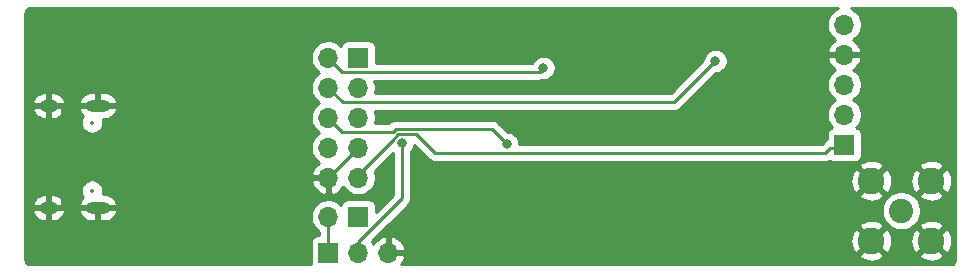
<source format=gbr>
%TF.GenerationSoftware,KiCad,Pcbnew,(5.1.9)-1*%
%TF.CreationDate,2021-02-24T20:28:46+08:00*%
%TF.ProjectId,M-HL10-kit,4d2d484c-3130-42d6-9b69-742e6b696361,rev?*%
%TF.SameCoordinates,Original*%
%TF.FileFunction,Copper,L2,Bot*%
%TF.FilePolarity,Positive*%
%FSLAX46Y46*%
G04 Gerber Fmt 4.6, Leading zero omitted, Abs format (unit mm)*
G04 Created by KiCad (PCBNEW (5.1.9)-1) date 2021-02-24 20:28:46*
%MOMM*%
%LPD*%
G01*
G04 APERTURE LIST*
%TA.AperFunction,ComponentPad*%
%ADD10O,1.700000X1.700000*%
%TD*%
%TA.AperFunction,ComponentPad*%
%ADD11R,1.700000X1.700000*%
%TD*%
%TA.AperFunction,ComponentPad*%
%ADD12O,1.600000X1.000000*%
%TD*%
%TA.AperFunction,ComponentPad*%
%ADD13O,2.100000X1.000000*%
%TD*%
%TA.AperFunction,ComponentPad*%
%ADD14C,2.250000*%
%TD*%
%TA.AperFunction,ComponentPad*%
%ADD15C,2.050000*%
%TD*%
%TA.AperFunction,ViaPad*%
%ADD16C,0.600000*%
%TD*%
%TA.AperFunction,ViaPad*%
%ADD17C,0.800000*%
%TD*%
%TA.AperFunction,Conductor*%
%ADD18C,0.250000*%
%TD*%
%TA.AperFunction,Conductor*%
%ADD19C,0.254000*%
%TD*%
%TA.AperFunction,Conductor*%
%ADD20C,0.350000*%
%TD*%
%ADD21C,0.300000*%
%ADD22C,0.350000*%
%ADD23O,1.200000X0.600000*%
%ADD24O,1.700000X0.600000*%
G04 APERTURE END LIST*
D10*
%TO.P,J5,5*%
%TO.N,/RST*%
X205994000Y-82042000D03*
%TO.P,J5,4*%
%TO.N,GND*%
X205994000Y-84582000D03*
%TO.P,J5,3*%
%TO.N,Net-(J5-Pad3)*%
X205994000Y-87122000D03*
%TO.P,J5,2*%
%TO.N,Net-(J5-Pad2)*%
X205994000Y-89662000D03*
D11*
%TO.P,J5,1*%
%TO.N,+3V3*%
X205994000Y-92202000D03*
%TD*%
D12*
%TO.P,J4,S1*%
%TO.N,GND*%
X138625000Y-97538000D03*
X138625000Y-88898000D03*
D13*
X142805000Y-97538000D03*
X142805000Y-88898000D03*
%TD*%
D10*
%TO.P,TEST,2*%
%TO.N,+3V3*%
X162306000Y-98298000D03*
D11*
%TO.P,TEST,1*%
%TO.N,Net-(J3-Pad1)*%
X164846000Y-98298000D03*
%TD*%
D10*
%TO.P,J2,10*%
%TO.N,GND*%
X162306000Y-94996000D03*
%TO.P,J2,9*%
%TO.N,+3V3*%
X164846000Y-94996000D03*
%TO.P,J2,8*%
%TO.N,/SDA*%
X162306000Y-92456000D03*
%TO.P,J2,7*%
%TO.N,GND*%
X164846000Y-92456000D03*
%TO.P,J2,6*%
%TO.N,/SCL*%
X162306000Y-89916000D03*
%TO.P,J2,5*%
%TO.N,/TX*%
X164846000Y-89916000D03*
%TO.P,J2,4*%
%TO.N,/A0*%
X162306000Y-87376000D03*
%TO.P,J2,3*%
%TO.N,/RX*%
X164846000Y-87376000D03*
%TO.P,J2,2*%
%TO.N,/A1*%
X162306000Y-84836000D03*
D11*
%TO.P,J2,1*%
%TO.N,/P3*%
X164846000Y-84836000D03*
%TD*%
D10*
%TO.P,AT,3*%
%TO.N,GND*%
X167386000Y-101346000D03*
%TO.P,AT,2*%
%TO.N,/AT*%
X164846000Y-101346000D03*
D11*
%TO.P,AT,1*%
%TO.N,+3V3*%
X162306000Y-101346000D03*
%TD*%
D14*
%TO.P,J6,2*%
%TO.N,GND*%
X208280000Y-100330000D03*
X208280000Y-95250000D03*
X213360000Y-95250000D03*
X213360000Y-100330000D03*
D15*
%TO.P,J6,1*%
%TO.N,Net-(C3-Pad1)*%
X210820000Y-97790000D03*
%TD*%
D16*
%TO.N,GND*%
X177038000Y-101600000D03*
X179070000Y-101600000D03*
X180848000Y-101600000D03*
X182626000Y-101600000D03*
X184150000Y-101600000D03*
X185928000Y-101600000D03*
X187706000Y-101600000D03*
X189738000Y-101600000D03*
X191770000Y-101600000D03*
X193548000Y-101600000D03*
X195326000Y-101600000D03*
X197358000Y-101600000D03*
X199644000Y-101600000D03*
X201422000Y-101600000D03*
X203454000Y-101600000D03*
X205486000Y-101600000D03*
X170942000Y-101600000D03*
X172974000Y-101600000D03*
X175006000Y-101600000D03*
X139446000Y-100330000D03*
X141986000Y-100330000D03*
X144272000Y-100330000D03*
X146812000Y-100330000D03*
X149860000Y-100330000D03*
X152654000Y-100330000D03*
X155448000Y-100330000D03*
X158242000Y-100330000D03*
D17*
%TO.N,/AT*%
X168554100Y-92056400D03*
%TO.N,/A1*%
X180517100Y-85699800D03*
%TO.N,/A0*%
X195083800Y-85112400D03*
%TO.N,/SCL*%
X177449600Y-92160500D03*
%TD*%
D18*
%TO.N,GND*%
X139750300Y-97538000D02*
X141429700Y-97538000D01*
X142805000Y-97538000D02*
X141429700Y-97538000D01*
X139750300Y-88898000D02*
X139750300Y-97538000D01*
X139750300Y-88898000D02*
X141429700Y-88898000D01*
X138625000Y-88898000D02*
X139750300Y-88898000D01*
X138625000Y-97538000D02*
X139750300Y-97538000D01*
X142805000Y-88898000D02*
X141429700Y-88898000D01*
X162306000Y-94996000D02*
X164846000Y-92456000D01*
%TO.N,+3V3*%
X162306000Y-98298000D02*
X162306000Y-101346000D01*
X204818700Y-92456000D02*
X205994000Y-92456000D01*
X204388900Y-92885800D02*
X204818700Y-92456000D01*
X169753400Y-91329800D02*
X171309400Y-92885800D01*
X171309400Y-92885800D02*
X204388900Y-92885800D01*
X168207698Y-91329800D02*
X168799800Y-91329800D01*
X164846000Y-94996000D02*
X164846000Y-94742000D01*
X168799800Y-91329800D02*
X169753400Y-91329800D01*
X168216900Y-91329800D02*
X168799800Y-91329800D01*
X167005000Y-92543299D02*
X167005000Y-92583000D01*
X168216900Y-91331399D02*
X167005000Y-92543299D01*
X168216900Y-91329800D02*
X168216900Y-91331399D01*
X167005000Y-92583000D02*
X167829099Y-91758901D01*
X164846000Y-94742000D02*
X167005000Y-92583000D01*
%TO.N,/AT*%
X168554100Y-96756400D02*
X168554100Y-92056400D01*
X164846000Y-100464500D02*
X168554100Y-96756400D01*
X164846000Y-101346000D02*
X164846000Y-100464500D01*
%TO.N,/A1*%
X180205500Y-86011400D02*
X163481400Y-86011400D01*
X163481400Y-86011400D02*
X162306000Y-84836000D01*
X180517100Y-85699800D02*
X180205500Y-86011400D01*
%TO.N,/A0*%
X191605800Y-88590400D02*
X195083800Y-85112400D01*
X163520400Y-88590400D02*
X162306000Y-87376000D01*
X164536400Y-88590400D02*
X163520400Y-88590400D01*
X164328400Y-88590400D02*
X164536400Y-88590400D01*
X164536400Y-88590400D02*
X191605800Y-88590400D01*
%TO.N,/SCL*%
X163503600Y-91113600D02*
X162306000Y-89916000D01*
X167748600Y-91113600D02*
X163503600Y-91113600D01*
X176149300Y-90860200D02*
X168002000Y-90860200D01*
X168002000Y-90860200D02*
X167748600Y-91113600D01*
X177449600Y-92160500D02*
X176149300Y-90860200D01*
%TD*%
D19*
%TO.N,GND*%
X205290589Y-80726010D02*
X205047368Y-80888525D01*
X204840525Y-81095368D01*
X204678010Y-81338589D01*
X204566068Y-81608842D01*
X204509000Y-81895740D01*
X204509000Y-82188260D01*
X204566068Y-82475158D01*
X204678010Y-82745411D01*
X204840525Y-82988632D01*
X205047368Y-83195475D01*
X205229534Y-83317195D01*
X205112645Y-83386822D01*
X204896412Y-83581731D01*
X204722359Y-83815080D01*
X204597175Y-84077901D01*
X204552524Y-84225110D01*
X204673845Y-84455000D01*
X205867000Y-84455000D01*
X205867000Y-84435000D01*
X206121000Y-84435000D01*
X206121000Y-84455000D01*
X207314155Y-84455000D01*
X207435476Y-84225110D01*
X207390825Y-84077901D01*
X207265641Y-83815080D01*
X207091588Y-83581731D01*
X206875355Y-83386822D01*
X206758466Y-83317195D01*
X206940632Y-83195475D01*
X207147475Y-82988632D01*
X207309990Y-82745411D01*
X207421932Y-82475158D01*
X207479000Y-82188260D01*
X207479000Y-81895740D01*
X207421932Y-81608842D01*
X207309990Y-81338589D01*
X207147475Y-81095368D01*
X206940632Y-80888525D01*
X206697411Y-80726010D01*
X206538048Y-80660000D01*
X214967721Y-80660000D01*
X215065424Y-80669580D01*
X215128356Y-80688580D01*
X215186405Y-80719445D01*
X215237343Y-80760989D01*
X215279248Y-80811644D01*
X215310515Y-80869471D01*
X215329956Y-80932272D01*
X215340000Y-81027835D01*
X215340001Y-101967711D01*
X215330420Y-102065424D01*
X215311420Y-102128357D01*
X215280554Y-102186406D01*
X215239011Y-102237343D01*
X215188356Y-102279248D01*
X215130529Y-102310515D01*
X215067728Y-102329956D01*
X214972165Y-102340000D01*
X168479642Y-102340000D01*
X168581178Y-102227355D01*
X168730157Y-101977252D01*
X168827481Y-101702891D01*
X168749609Y-101554531D01*
X207235074Y-101554531D01*
X207345921Y-101831714D01*
X207656840Y-101985089D01*
X207991705Y-102074860D01*
X208337650Y-102097576D01*
X208681380Y-102052366D01*
X209009685Y-101940966D01*
X209214079Y-101831714D01*
X209324926Y-101554531D01*
X212315074Y-101554531D01*
X212425921Y-101831714D01*
X212736840Y-101985089D01*
X213071705Y-102074860D01*
X213417650Y-102097576D01*
X213761380Y-102052366D01*
X214089685Y-101940966D01*
X214294079Y-101831714D01*
X214404926Y-101554531D01*
X213360000Y-100509605D01*
X212315074Y-101554531D01*
X209324926Y-101554531D01*
X208280000Y-100509605D01*
X207235074Y-101554531D01*
X168749609Y-101554531D01*
X168706814Y-101473000D01*
X167513000Y-101473000D01*
X167513000Y-101493000D01*
X167259000Y-101493000D01*
X167259000Y-101473000D01*
X167239000Y-101473000D01*
X167239000Y-101219000D01*
X167259000Y-101219000D01*
X167259000Y-100025845D01*
X167513000Y-100025845D01*
X167513000Y-101219000D01*
X168706814Y-101219000D01*
X168827481Y-100989109D01*
X168730157Y-100714748D01*
X168581178Y-100464645D01*
X168511776Y-100387650D01*
X206512424Y-100387650D01*
X206557634Y-100731380D01*
X206669034Y-101059685D01*
X206778286Y-101264079D01*
X207055469Y-101374926D01*
X208100395Y-100330000D01*
X208459605Y-100330000D01*
X209504531Y-101374926D01*
X209781714Y-101264079D01*
X209935089Y-100953160D01*
X210024860Y-100618295D01*
X210040004Y-100387650D01*
X211592424Y-100387650D01*
X211637634Y-100731380D01*
X211749034Y-101059685D01*
X211858286Y-101264079D01*
X212135469Y-101374926D01*
X213180395Y-100330000D01*
X213539605Y-100330000D01*
X214584531Y-101374926D01*
X214861714Y-101264079D01*
X215015089Y-100953160D01*
X215104860Y-100618295D01*
X215127576Y-100272350D01*
X215082366Y-99928620D01*
X214970966Y-99600315D01*
X214861714Y-99395921D01*
X214584531Y-99285074D01*
X213539605Y-100330000D01*
X213180395Y-100330000D01*
X212135469Y-99285074D01*
X211858286Y-99395921D01*
X211704911Y-99706840D01*
X211615140Y-100041705D01*
X211592424Y-100387650D01*
X210040004Y-100387650D01*
X210047576Y-100272350D01*
X210002366Y-99928620D01*
X209890966Y-99600315D01*
X209781714Y-99395921D01*
X209504531Y-99285074D01*
X208459605Y-100330000D01*
X208100395Y-100330000D01*
X207055469Y-99285074D01*
X206778286Y-99395921D01*
X206624911Y-99706840D01*
X206535140Y-100041705D01*
X206512424Y-100387650D01*
X168511776Y-100387650D01*
X168386269Y-100248412D01*
X168152920Y-100074359D01*
X167890099Y-99949175D01*
X167742890Y-99904524D01*
X167513000Y-100025845D01*
X167259000Y-100025845D01*
X167029110Y-99904524D01*
X166881901Y-99949175D01*
X166619080Y-100074359D01*
X166385731Y-100248412D01*
X166190822Y-100464645D01*
X166121195Y-100581534D01*
X165999475Y-100399368D01*
X165992704Y-100392597D01*
X167279832Y-99105469D01*
X207235074Y-99105469D01*
X208280000Y-100150395D01*
X209324926Y-99105469D01*
X209214079Y-98828286D01*
X208903160Y-98674911D01*
X208568295Y-98585140D01*
X208222350Y-98562424D01*
X207878620Y-98607634D01*
X207550315Y-98719034D01*
X207345921Y-98828286D01*
X207235074Y-99105469D01*
X167279832Y-99105469D01*
X168758797Y-97626504D01*
X209160000Y-97626504D01*
X209160000Y-97953496D01*
X209223793Y-98274204D01*
X209348927Y-98576305D01*
X209530594Y-98848188D01*
X209761812Y-99079406D01*
X210033695Y-99261073D01*
X210335796Y-99386207D01*
X210656504Y-99450000D01*
X210983496Y-99450000D01*
X211304204Y-99386207D01*
X211606305Y-99261073D01*
X211839182Y-99105469D01*
X212315074Y-99105469D01*
X213360000Y-100150395D01*
X214404926Y-99105469D01*
X214294079Y-98828286D01*
X213983160Y-98674911D01*
X213648295Y-98585140D01*
X213302350Y-98562424D01*
X212958620Y-98607634D01*
X212630315Y-98719034D01*
X212425921Y-98828286D01*
X212315074Y-99105469D01*
X211839182Y-99105469D01*
X211878188Y-99079406D01*
X212109406Y-98848188D01*
X212291073Y-98576305D01*
X212416207Y-98274204D01*
X212480000Y-97953496D01*
X212480000Y-97626504D01*
X212416207Y-97305796D01*
X212291073Y-97003695D01*
X212109406Y-96731812D01*
X211878188Y-96500594D01*
X211839183Y-96474531D01*
X212315074Y-96474531D01*
X212425921Y-96751714D01*
X212736840Y-96905089D01*
X213071705Y-96994860D01*
X213417650Y-97017576D01*
X213761380Y-96972366D01*
X214089685Y-96860966D01*
X214294079Y-96751714D01*
X214404926Y-96474531D01*
X213360000Y-95429605D01*
X212315074Y-96474531D01*
X211839183Y-96474531D01*
X211606305Y-96318927D01*
X211304204Y-96193793D01*
X210983496Y-96130000D01*
X210656504Y-96130000D01*
X210335796Y-96193793D01*
X210033695Y-96318927D01*
X209761812Y-96500594D01*
X209530594Y-96731812D01*
X209348927Y-97003695D01*
X209223793Y-97305796D01*
X209160000Y-97626504D01*
X168758797Y-97626504D01*
X169065104Y-97320198D01*
X169094101Y-97296401D01*
X169189074Y-97180676D01*
X169259646Y-97048647D01*
X169303103Y-96905386D01*
X169314100Y-96793733D01*
X169314100Y-96793724D01*
X169317776Y-96756401D01*
X169314100Y-96719078D01*
X169314100Y-96474531D01*
X207235074Y-96474531D01*
X207345921Y-96751714D01*
X207656840Y-96905089D01*
X207991705Y-96994860D01*
X208337650Y-97017576D01*
X208681380Y-96972366D01*
X209009685Y-96860966D01*
X209214079Y-96751714D01*
X209324926Y-96474531D01*
X208280000Y-95429605D01*
X207235074Y-96474531D01*
X169314100Y-96474531D01*
X169314100Y-95307650D01*
X206512424Y-95307650D01*
X206557634Y-95651380D01*
X206669034Y-95979685D01*
X206778286Y-96184079D01*
X207055469Y-96294926D01*
X208100395Y-95250000D01*
X208459605Y-95250000D01*
X209504531Y-96294926D01*
X209781714Y-96184079D01*
X209935089Y-95873160D01*
X210024860Y-95538295D01*
X210040004Y-95307650D01*
X211592424Y-95307650D01*
X211637634Y-95651380D01*
X211749034Y-95979685D01*
X211858286Y-96184079D01*
X212135469Y-96294926D01*
X213180395Y-95250000D01*
X213539605Y-95250000D01*
X214584531Y-96294926D01*
X214861714Y-96184079D01*
X215015089Y-95873160D01*
X215104860Y-95538295D01*
X215127576Y-95192350D01*
X215082366Y-94848620D01*
X214970966Y-94520315D01*
X214861714Y-94315921D01*
X214584531Y-94205074D01*
X213539605Y-95250000D01*
X213180395Y-95250000D01*
X212135469Y-94205074D01*
X211858286Y-94315921D01*
X211704911Y-94626840D01*
X211615140Y-94961705D01*
X211592424Y-95307650D01*
X210040004Y-95307650D01*
X210047576Y-95192350D01*
X210002366Y-94848620D01*
X209890966Y-94520315D01*
X209781714Y-94315921D01*
X209504531Y-94205074D01*
X208459605Y-95250000D01*
X208100395Y-95250000D01*
X207055469Y-94205074D01*
X206778286Y-94315921D01*
X206624911Y-94626840D01*
X206535140Y-94961705D01*
X206512424Y-95307650D01*
X169314100Y-95307650D01*
X169314100Y-94025469D01*
X207235074Y-94025469D01*
X208280000Y-95070395D01*
X209324926Y-94025469D01*
X212315074Y-94025469D01*
X213360000Y-95070395D01*
X214404926Y-94025469D01*
X214294079Y-93748286D01*
X213983160Y-93594911D01*
X213648295Y-93505140D01*
X213302350Y-93482424D01*
X212958620Y-93527634D01*
X212630315Y-93639034D01*
X212425921Y-93748286D01*
X212315074Y-94025469D01*
X209324926Y-94025469D01*
X209214079Y-93748286D01*
X208903160Y-93594911D01*
X208568295Y-93505140D01*
X208222350Y-93482424D01*
X207878620Y-93527634D01*
X207550315Y-93639034D01*
X207345921Y-93748286D01*
X207235074Y-94025469D01*
X169314100Y-94025469D01*
X169314100Y-92760111D01*
X169358037Y-92716174D01*
X169471305Y-92546656D01*
X169549326Y-92358298D01*
X169575502Y-92226703D01*
X170745601Y-93396803D01*
X170769399Y-93425801D01*
X170885124Y-93520774D01*
X171017153Y-93591346D01*
X171160414Y-93634803D01*
X171272067Y-93645800D01*
X171272076Y-93645800D01*
X171309399Y-93649476D01*
X171346722Y-93645800D01*
X204351578Y-93645800D01*
X204388900Y-93649476D01*
X204426222Y-93645800D01*
X204426233Y-93645800D01*
X204537886Y-93634803D01*
X204681147Y-93591346D01*
X204753267Y-93552797D01*
X204789506Y-93582537D01*
X204899820Y-93641502D01*
X205019518Y-93677812D01*
X205144000Y-93690072D01*
X206844000Y-93690072D01*
X206968482Y-93677812D01*
X207088180Y-93641502D01*
X207198494Y-93582537D01*
X207295185Y-93503185D01*
X207374537Y-93406494D01*
X207433502Y-93296180D01*
X207469812Y-93176482D01*
X207482072Y-93052000D01*
X207482072Y-91352000D01*
X207469812Y-91227518D01*
X207433502Y-91107820D01*
X207374537Y-90997506D01*
X207295185Y-90900815D01*
X207198494Y-90821463D01*
X207088180Y-90762498D01*
X207015620Y-90740487D01*
X207147475Y-90608632D01*
X207309990Y-90365411D01*
X207421932Y-90095158D01*
X207479000Y-89808260D01*
X207479000Y-89515740D01*
X207421932Y-89228842D01*
X207309990Y-88958589D01*
X207147475Y-88715368D01*
X206940632Y-88508525D01*
X206766240Y-88392000D01*
X206940632Y-88275475D01*
X207147475Y-88068632D01*
X207309990Y-87825411D01*
X207421932Y-87555158D01*
X207479000Y-87268260D01*
X207479000Y-86975740D01*
X207421932Y-86688842D01*
X207309990Y-86418589D01*
X207147475Y-86175368D01*
X206940632Y-85968525D01*
X206758466Y-85846805D01*
X206875355Y-85777178D01*
X207091588Y-85582269D01*
X207265641Y-85348920D01*
X207390825Y-85086099D01*
X207435476Y-84938890D01*
X207314155Y-84709000D01*
X206121000Y-84709000D01*
X206121000Y-84729000D01*
X205867000Y-84729000D01*
X205867000Y-84709000D01*
X204673845Y-84709000D01*
X204552524Y-84938890D01*
X204597175Y-85086099D01*
X204722359Y-85348920D01*
X204896412Y-85582269D01*
X205112645Y-85777178D01*
X205229534Y-85846805D01*
X205047368Y-85968525D01*
X204840525Y-86175368D01*
X204678010Y-86418589D01*
X204566068Y-86688842D01*
X204509000Y-86975740D01*
X204509000Y-87268260D01*
X204566068Y-87555158D01*
X204678010Y-87825411D01*
X204840525Y-88068632D01*
X205047368Y-88275475D01*
X205221760Y-88392000D01*
X205047368Y-88508525D01*
X204840525Y-88715368D01*
X204678010Y-88958589D01*
X204566068Y-89228842D01*
X204509000Y-89515740D01*
X204509000Y-89808260D01*
X204566068Y-90095158D01*
X204678010Y-90365411D01*
X204840525Y-90608632D01*
X204972380Y-90740487D01*
X204899820Y-90762498D01*
X204789506Y-90821463D01*
X204692815Y-90900815D01*
X204613463Y-90997506D01*
X204554498Y-91107820D01*
X204518188Y-91227518D01*
X204505928Y-91352000D01*
X204505928Y-91761425D01*
X204394423Y-91821026D01*
X204368376Y-91842403D01*
X204278699Y-91915999D01*
X204254896Y-91945003D01*
X204074099Y-92125800D01*
X178484600Y-92125800D01*
X178484600Y-92058561D01*
X178444826Y-91858602D01*
X178366805Y-91670244D01*
X178253537Y-91500726D01*
X178109374Y-91356563D01*
X177939856Y-91243295D01*
X177751498Y-91165274D01*
X177551539Y-91125500D01*
X177489402Y-91125500D01*
X176713104Y-90349203D01*
X176689301Y-90320199D01*
X176573576Y-90225226D01*
X176441547Y-90154654D01*
X176298286Y-90111197D01*
X176186633Y-90100200D01*
X176186622Y-90100200D01*
X176149300Y-90096524D01*
X176111978Y-90100200D01*
X168039325Y-90100200D01*
X168002000Y-90096524D01*
X167964675Y-90100200D01*
X167964667Y-90100200D01*
X167853014Y-90111197D01*
X167709753Y-90154654D01*
X167577724Y-90225226D01*
X167461999Y-90320199D01*
X167438196Y-90349203D01*
X167433799Y-90353600D01*
X166272092Y-90353600D01*
X166273932Y-90349158D01*
X166331000Y-90062260D01*
X166331000Y-89769740D01*
X166273932Y-89482842D01*
X166219073Y-89350400D01*
X191568478Y-89350400D01*
X191605800Y-89354076D01*
X191643122Y-89350400D01*
X191643133Y-89350400D01*
X191754786Y-89339403D01*
X191898047Y-89295946D01*
X192030076Y-89225374D01*
X192145801Y-89130401D01*
X192169604Y-89101397D01*
X195123602Y-86147400D01*
X195185739Y-86147400D01*
X195385698Y-86107626D01*
X195574056Y-86029605D01*
X195743574Y-85916337D01*
X195887737Y-85772174D01*
X196001005Y-85602656D01*
X196079026Y-85414298D01*
X196118800Y-85214339D01*
X196118800Y-85010461D01*
X196079026Y-84810502D01*
X196001005Y-84622144D01*
X195887737Y-84452626D01*
X195743574Y-84308463D01*
X195574056Y-84195195D01*
X195385698Y-84117174D01*
X195185739Y-84077400D01*
X194981861Y-84077400D01*
X194781902Y-84117174D01*
X194593544Y-84195195D01*
X194424026Y-84308463D01*
X194279863Y-84452626D01*
X194166595Y-84622144D01*
X194088574Y-84810502D01*
X194048800Y-85010461D01*
X194048800Y-85072598D01*
X191290999Y-87830400D01*
X166265133Y-87830400D01*
X166273932Y-87809158D01*
X166331000Y-87522260D01*
X166331000Y-87229740D01*
X166273932Y-86942842D01*
X166202919Y-86771400D01*
X180168178Y-86771400D01*
X180205500Y-86775076D01*
X180242822Y-86771400D01*
X180242833Y-86771400D01*
X180354486Y-86760403D01*
X180438889Y-86734800D01*
X180619039Y-86734800D01*
X180818998Y-86695026D01*
X181007356Y-86617005D01*
X181176874Y-86503737D01*
X181321037Y-86359574D01*
X181434305Y-86190056D01*
X181512326Y-86001698D01*
X181552100Y-85801739D01*
X181552100Y-85597861D01*
X181512326Y-85397902D01*
X181434305Y-85209544D01*
X181321037Y-85040026D01*
X181176874Y-84895863D01*
X181007356Y-84782595D01*
X180818998Y-84704574D01*
X180619039Y-84664800D01*
X180415161Y-84664800D01*
X180215202Y-84704574D01*
X180026844Y-84782595D01*
X179857326Y-84895863D01*
X179713163Y-85040026D01*
X179599895Y-85209544D01*
X179582558Y-85251400D01*
X166334072Y-85251400D01*
X166334072Y-83986000D01*
X166321812Y-83861518D01*
X166285502Y-83741820D01*
X166226537Y-83631506D01*
X166147185Y-83534815D01*
X166050494Y-83455463D01*
X165940180Y-83396498D01*
X165820482Y-83360188D01*
X165696000Y-83347928D01*
X163996000Y-83347928D01*
X163871518Y-83360188D01*
X163751820Y-83396498D01*
X163641506Y-83455463D01*
X163544815Y-83534815D01*
X163465463Y-83631506D01*
X163406498Y-83741820D01*
X163384487Y-83814380D01*
X163252632Y-83682525D01*
X163009411Y-83520010D01*
X162739158Y-83408068D01*
X162452260Y-83351000D01*
X162159740Y-83351000D01*
X161872842Y-83408068D01*
X161602589Y-83520010D01*
X161359368Y-83682525D01*
X161152525Y-83889368D01*
X160990010Y-84132589D01*
X160878068Y-84402842D01*
X160821000Y-84689740D01*
X160821000Y-84982260D01*
X160878068Y-85269158D01*
X160990010Y-85539411D01*
X161152525Y-85782632D01*
X161359368Y-85989475D01*
X161533760Y-86106000D01*
X161359368Y-86222525D01*
X161152525Y-86429368D01*
X160990010Y-86672589D01*
X160878068Y-86942842D01*
X160821000Y-87229740D01*
X160821000Y-87522260D01*
X160878068Y-87809158D01*
X160990010Y-88079411D01*
X161152525Y-88322632D01*
X161359368Y-88529475D01*
X161533760Y-88646000D01*
X161359368Y-88762525D01*
X161152525Y-88969368D01*
X160990010Y-89212589D01*
X160878068Y-89482842D01*
X160821000Y-89769740D01*
X160821000Y-90062260D01*
X160878068Y-90349158D01*
X160990010Y-90619411D01*
X161152525Y-90862632D01*
X161359368Y-91069475D01*
X161533760Y-91186000D01*
X161359368Y-91302525D01*
X161152525Y-91509368D01*
X160990010Y-91752589D01*
X160878068Y-92022842D01*
X160821000Y-92309740D01*
X160821000Y-92602260D01*
X160878068Y-92889158D01*
X160990010Y-93159411D01*
X161152525Y-93402632D01*
X161359368Y-93609475D01*
X161541534Y-93731195D01*
X161424645Y-93800822D01*
X161208412Y-93995731D01*
X161034359Y-94229080D01*
X160909175Y-94491901D01*
X160864524Y-94639110D01*
X160985845Y-94869000D01*
X162179000Y-94869000D01*
X162179000Y-94849000D01*
X162433000Y-94849000D01*
X162433000Y-94869000D01*
X162453000Y-94869000D01*
X162453000Y-95123000D01*
X162433000Y-95123000D01*
X162433000Y-96316814D01*
X162662891Y-96437481D01*
X162937252Y-96340157D01*
X163187355Y-96191178D01*
X163403588Y-95996269D01*
X163574900Y-95766594D01*
X163692525Y-95942632D01*
X163899368Y-96149475D01*
X164142589Y-96311990D01*
X164412842Y-96423932D01*
X164699740Y-96481000D01*
X164992260Y-96481000D01*
X165279158Y-96423932D01*
X165549411Y-96311990D01*
X165792632Y-96149475D01*
X165999475Y-95942632D01*
X166161990Y-95699411D01*
X166273932Y-95429158D01*
X166331000Y-95142260D01*
X166331000Y-94849740D01*
X166273932Y-94562842D01*
X166222977Y-94439825D01*
X167516003Y-93146799D01*
X167545001Y-93123001D01*
X167568802Y-93093999D01*
X167794101Y-92868700D01*
X167794100Y-96441598D01*
X166334072Y-97901626D01*
X166334072Y-97448000D01*
X166321812Y-97323518D01*
X166285502Y-97203820D01*
X166226537Y-97093506D01*
X166147185Y-96996815D01*
X166050494Y-96917463D01*
X165940180Y-96858498D01*
X165820482Y-96822188D01*
X165696000Y-96809928D01*
X163996000Y-96809928D01*
X163871518Y-96822188D01*
X163751820Y-96858498D01*
X163641506Y-96917463D01*
X163544815Y-96996815D01*
X163465463Y-97093506D01*
X163406498Y-97203820D01*
X163384487Y-97276380D01*
X163252632Y-97144525D01*
X163009411Y-96982010D01*
X162739158Y-96870068D01*
X162452260Y-96813000D01*
X162159740Y-96813000D01*
X161872842Y-96870068D01*
X161602589Y-96982010D01*
X161359368Y-97144525D01*
X161152525Y-97351368D01*
X160990010Y-97594589D01*
X160878068Y-97864842D01*
X160821000Y-98151740D01*
X160821000Y-98444260D01*
X160878068Y-98731158D01*
X160990010Y-99001411D01*
X161152525Y-99244632D01*
X161359368Y-99451475D01*
X161546000Y-99576179D01*
X161546001Y-99857928D01*
X161456000Y-99857928D01*
X161331518Y-99870188D01*
X161211820Y-99906498D01*
X161101506Y-99965463D01*
X161004815Y-100044815D01*
X160925463Y-100141506D01*
X160866498Y-100251820D01*
X160830188Y-100371518D01*
X160817928Y-100496000D01*
X160817928Y-102196000D01*
X160830188Y-102320482D01*
X160836109Y-102340000D01*
X137032279Y-102340000D01*
X136934576Y-102330420D01*
X136871643Y-102311420D01*
X136813594Y-102280554D01*
X136762657Y-102239011D01*
X136720752Y-102188356D01*
X136689485Y-102130529D01*
X136670044Y-102067728D01*
X136660000Y-101972165D01*
X136660000Y-97839874D01*
X137230881Y-97839874D01*
X137310724Y-98062976D01*
X137432631Y-98250764D01*
X137588831Y-98411161D01*
X137773322Y-98538003D01*
X137979013Y-98626415D01*
X138198000Y-98673000D01*
X138498000Y-98673000D01*
X138498000Y-97665000D01*
X138752000Y-97665000D01*
X138752000Y-98673000D01*
X139052000Y-98673000D01*
X139270987Y-98626415D01*
X139476678Y-98538003D01*
X139661169Y-98411161D01*
X139817369Y-98250764D01*
X139939276Y-98062976D01*
X140019119Y-97839874D01*
X141160881Y-97839874D01*
X141240724Y-98062976D01*
X141362631Y-98250764D01*
X141518831Y-98411161D01*
X141703322Y-98538003D01*
X141909013Y-98626415D01*
X142128000Y-98673000D01*
X142678000Y-98673000D01*
X142678000Y-97665000D01*
X142932000Y-97665000D01*
X142932000Y-98673000D01*
X143482000Y-98673000D01*
X143700987Y-98626415D01*
X143906678Y-98538003D01*
X144091169Y-98411161D01*
X144247369Y-98250764D01*
X144369276Y-98062976D01*
X144449119Y-97839874D01*
X144322954Y-97665000D01*
X142932000Y-97665000D01*
X142678000Y-97665000D01*
X141287046Y-97665000D01*
X141160881Y-97839874D01*
X140019119Y-97839874D01*
X139892954Y-97665000D01*
X138752000Y-97665000D01*
X138498000Y-97665000D01*
X137357046Y-97665000D01*
X137230881Y-97839874D01*
X136660000Y-97839874D01*
X136660000Y-97236126D01*
X137230881Y-97236126D01*
X137357046Y-97411000D01*
X138498000Y-97411000D01*
X138498000Y-96403000D01*
X138752000Y-96403000D01*
X138752000Y-97411000D01*
X139892954Y-97411000D01*
X140019119Y-97236126D01*
X141160881Y-97236126D01*
X141287046Y-97411000D01*
X142678000Y-97411000D01*
X142678000Y-97391000D01*
X142932000Y-97391000D01*
X142932000Y-97411000D01*
X144322954Y-97411000D01*
X144449119Y-97236126D01*
X144369276Y-97013024D01*
X144247369Y-96825236D01*
X144091169Y-96664839D01*
X143906678Y-96537997D01*
X143700987Y-96449585D01*
X143482000Y-96403000D01*
X143221904Y-96403000D01*
X143228108Y-96388022D01*
X143265000Y-96202552D01*
X143265000Y-96013448D01*
X143228108Y-95827978D01*
X143155741Y-95653269D01*
X143050681Y-95496036D01*
X142916964Y-95362319D01*
X142902853Y-95352890D01*
X160864524Y-95352890D01*
X160909175Y-95500099D01*
X161034359Y-95762920D01*
X161208412Y-95996269D01*
X161424645Y-96191178D01*
X161674748Y-96340157D01*
X161949109Y-96437481D01*
X162179000Y-96316814D01*
X162179000Y-95123000D01*
X160985845Y-95123000D01*
X160864524Y-95352890D01*
X142902853Y-95352890D01*
X142759731Y-95257259D01*
X142585022Y-95184892D01*
X142399552Y-95148000D01*
X142210448Y-95148000D01*
X142024978Y-95184892D01*
X141850269Y-95257259D01*
X141693036Y-95362319D01*
X141559319Y-95496036D01*
X141454259Y-95653269D01*
X141381892Y-95827978D01*
X141345000Y-96013448D01*
X141345000Y-96202552D01*
X141381892Y-96388022D01*
X141454259Y-96562731D01*
X141521335Y-96663117D01*
X141518831Y-96664839D01*
X141362631Y-96825236D01*
X141240724Y-97013024D01*
X141160881Y-97236126D01*
X140019119Y-97236126D01*
X139939276Y-97013024D01*
X139817369Y-96825236D01*
X139661169Y-96664839D01*
X139476678Y-96537997D01*
X139270987Y-96449585D01*
X139052000Y-96403000D01*
X138752000Y-96403000D01*
X138498000Y-96403000D01*
X138198000Y-96403000D01*
X137979013Y-96449585D01*
X137773322Y-96537997D01*
X137588831Y-96664839D01*
X137432631Y-96825236D01*
X137310724Y-97013024D01*
X137230881Y-97236126D01*
X136660000Y-97236126D01*
X136660000Y-89199874D01*
X137230881Y-89199874D01*
X137310724Y-89422976D01*
X137432631Y-89610764D01*
X137588831Y-89771161D01*
X137773322Y-89898003D01*
X137979013Y-89986415D01*
X138198000Y-90033000D01*
X138498000Y-90033000D01*
X138498000Y-89025000D01*
X138752000Y-89025000D01*
X138752000Y-90033000D01*
X139052000Y-90033000D01*
X139270987Y-89986415D01*
X139476678Y-89898003D01*
X139661169Y-89771161D01*
X139817369Y-89610764D01*
X139939276Y-89422976D01*
X140019119Y-89199874D01*
X141160881Y-89199874D01*
X141240724Y-89422976D01*
X141362631Y-89610764D01*
X141518831Y-89771161D01*
X141521335Y-89772883D01*
X141454259Y-89873269D01*
X141381892Y-90047978D01*
X141345000Y-90233448D01*
X141345000Y-90422552D01*
X141381892Y-90608022D01*
X141454259Y-90782731D01*
X141559319Y-90939964D01*
X141693036Y-91073681D01*
X141850269Y-91178741D01*
X142024978Y-91251108D01*
X142210448Y-91288000D01*
X142399552Y-91288000D01*
X142585022Y-91251108D01*
X142759731Y-91178741D01*
X142916964Y-91073681D01*
X143050681Y-90939964D01*
X143155741Y-90782731D01*
X143228108Y-90608022D01*
X143265000Y-90422552D01*
X143265000Y-90233448D01*
X143228108Y-90047978D01*
X143221904Y-90033000D01*
X143482000Y-90033000D01*
X143700987Y-89986415D01*
X143906678Y-89898003D01*
X144091169Y-89771161D01*
X144247369Y-89610764D01*
X144369276Y-89422976D01*
X144449119Y-89199874D01*
X144322954Y-89025000D01*
X142932000Y-89025000D01*
X142932000Y-89045000D01*
X142678000Y-89045000D01*
X142678000Y-89025000D01*
X141287046Y-89025000D01*
X141160881Y-89199874D01*
X140019119Y-89199874D01*
X139892954Y-89025000D01*
X138752000Y-89025000D01*
X138498000Y-89025000D01*
X137357046Y-89025000D01*
X137230881Y-89199874D01*
X136660000Y-89199874D01*
X136660000Y-88596126D01*
X137230881Y-88596126D01*
X137357046Y-88771000D01*
X138498000Y-88771000D01*
X138498000Y-87763000D01*
X138752000Y-87763000D01*
X138752000Y-88771000D01*
X139892954Y-88771000D01*
X140019119Y-88596126D01*
X141160881Y-88596126D01*
X141287046Y-88771000D01*
X142678000Y-88771000D01*
X142678000Y-87763000D01*
X142932000Y-87763000D01*
X142932000Y-88771000D01*
X144322954Y-88771000D01*
X144449119Y-88596126D01*
X144369276Y-88373024D01*
X144247369Y-88185236D01*
X144091169Y-88024839D01*
X143906678Y-87897997D01*
X143700987Y-87809585D01*
X143482000Y-87763000D01*
X142932000Y-87763000D01*
X142678000Y-87763000D01*
X142128000Y-87763000D01*
X141909013Y-87809585D01*
X141703322Y-87897997D01*
X141518831Y-88024839D01*
X141362631Y-88185236D01*
X141240724Y-88373024D01*
X141160881Y-88596126D01*
X140019119Y-88596126D01*
X139939276Y-88373024D01*
X139817369Y-88185236D01*
X139661169Y-88024839D01*
X139476678Y-87897997D01*
X139270987Y-87809585D01*
X139052000Y-87763000D01*
X138752000Y-87763000D01*
X138498000Y-87763000D01*
X138198000Y-87763000D01*
X137979013Y-87809585D01*
X137773322Y-87897997D01*
X137588831Y-88024839D01*
X137432631Y-88185236D01*
X137310724Y-88373024D01*
X137230881Y-88596126D01*
X136660000Y-88596126D01*
X136660000Y-81032279D01*
X136669580Y-80934576D01*
X136688580Y-80871644D01*
X136719445Y-80813595D01*
X136760989Y-80762657D01*
X136811644Y-80720752D01*
X136869471Y-80689485D01*
X136932272Y-80670044D01*
X137027835Y-80660000D01*
X205449952Y-80660000D01*
X205290589Y-80726010D01*
%TA.AperFunction,Conductor*%
D20*
G36*
X205290589Y-80726010D02*
G01*
X205047368Y-80888525D01*
X204840525Y-81095368D01*
X204678010Y-81338589D01*
X204566068Y-81608842D01*
X204509000Y-81895740D01*
X204509000Y-82188260D01*
X204566068Y-82475158D01*
X204678010Y-82745411D01*
X204840525Y-82988632D01*
X205047368Y-83195475D01*
X205229534Y-83317195D01*
X205112645Y-83386822D01*
X204896412Y-83581731D01*
X204722359Y-83815080D01*
X204597175Y-84077901D01*
X204552524Y-84225110D01*
X204673845Y-84455000D01*
X205867000Y-84455000D01*
X205867000Y-84435000D01*
X206121000Y-84435000D01*
X206121000Y-84455000D01*
X207314155Y-84455000D01*
X207435476Y-84225110D01*
X207390825Y-84077901D01*
X207265641Y-83815080D01*
X207091588Y-83581731D01*
X206875355Y-83386822D01*
X206758466Y-83317195D01*
X206940632Y-83195475D01*
X207147475Y-82988632D01*
X207309990Y-82745411D01*
X207421932Y-82475158D01*
X207479000Y-82188260D01*
X207479000Y-81895740D01*
X207421932Y-81608842D01*
X207309990Y-81338589D01*
X207147475Y-81095368D01*
X206940632Y-80888525D01*
X206697411Y-80726010D01*
X206538048Y-80660000D01*
X214967721Y-80660000D01*
X215065424Y-80669580D01*
X215128356Y-80688580D01*
X215186405Y-80719445D01*
X215237343Y-80760989D01*
X215279248Y-80811644D01*
X215310515Y-80869471D01*
X215329956Y-80932272D01*
X215340000Y-81027835D01*
X215340001Y-101967711D01*
X215330420Y-102065424D01*
X215311420Y-102128357D01*
X215280554Y-102186406D01*
X215239011Y-102237343D01*
X215188356Y-102279248D01*
X215130529Y-102310515D01*
X215067728Y-102329956D01*
X214972165Y-102340000D01*
X168479642Y-102340000D01*
X168581178Y-102227355D01*
X168730157Y-101977252D01*
X168827481Y-101702891D01*
X168749609Y-101554531D01*
X207235074Y-101554531D01*
X207345921Y-101831714D01*
X207656840Y-101985089D01*
X207991705Y-102074860D01*
X208337650Y-102097576D01*
X208681380Y-102052366D01*
X209009685Y-101940966D01*
X209214079Y-101831714D01*
X209324926Y-101554531D01*
X212315074Y-101554531D01*
X212425921Y-101831714D01*
X212736840Y-101985089D01*
X213071705Y-102074860D01*
X213417650Y-102097576D01*
X213761380Y-102052366D01*
X214089685Y-101940966D01*
X214294079Y-101831714D01*
X214404926Y-101554531D01*
X213360000Y-100509605D01*
X212315074Y-101554531D01*
X209324926Y-101554531D01*
X208280000Y-100509605D01*
X207235074Y-101554531D01*
X168749609Y-101554531D01*
X168706814Y-101473000D01*
X167513000Y-101473000D01*
X167513000Y-101493000D01*
X167259000Y-101493000D01*
X167259000Y-101473000D01*
X167239000Y-101473000D01*
X167239000Y-101219000D01*
X167259000Y-101219000D01*
X167259000Y-100025845D01*
X167513000Y-100025845D01*
X167513000Y-101219000D01*
X168706814Y-101219000D01*
X168827481Y-100989109D01*
X168730157Y-100714748D01*
X168581178Y-100464645D01*
X168511776Y-100387650D01*
X206512424Y-100387650D01*
X206557634Y-100731380D01*
X206669034Y-101059685D01*
X206778286Y-101264079D01*
X207055469Y-101374926D01*
X208100395Y-100330000D01*
X208459605Y-100330000D01*
X209504531Y-101374926D01*
X209781714Y-101264079D01*
X209935089Y-100953160D01*
X210024860Y-100618295D01*
X210040004Y-100387650D01*
X211592424Y-100387650D01*
X211637634Y-100731380D01*
X211749034Y-101059685D01*
X211858286Y-101264079D01*
X212135469Y-101374926D01*
X213180395Y-100330000D01*
X213539605Y-100330000D01*
X214584531Y-101374926D01*
X214861714Y-101264079D01*
X215015089Y-100953160D01*
X215104860Y-100618295D01*
X215127576Y-100272350D01*
X215082366Y-99928620D01*
X214970966Y-99600315D01*
X214861714Y-99395921D01*
X214584531Y-99285074D01*
X213539605Y-100330000D01*
X213180395Y-100330000D01*
X212135469Y-99285074D01*
X211858286Y-99395921D01*
X211704911Y-99706840D01*
X211615140Y-100041705D01*
X211592424Y-100387650D01*
X210040004Y-100387650D01*
X210047576Y-100272350D01*
X210002366Y-99928620D01*
X209890966Y-99600315D01*
X209781714Y-99395921D01*
X209504531Y-99285074D01*
X208459605Y-100330000D01*
X208100395Y-100330000D01*
X207055469Y-99285074D01*
X206778286Y-99395921D01*
X206624911Y-99706840D01*
X206535140Y-100041705D01*
X206512424Y-100387650D01*
X168511776Y-100387650D01*
X168386269Y-100248412D01*
X168152920Y-100074359D01*
X167890099Y-99949175D01*
X167742890Y-99904524D01*
X167513000Y-100025845D01*
X167259000Y-100025845D01*
X167029110Y-99904524D01*
X166881901Y-99949175D01*
X166619080Y-100074359D01*
X166385731Y-100248412D01*
X166190822Y-100464645D01*
X166121195Y-100581534D01*
X165999475Y-100399368D01*
X165992704Y-100392597D01*
X167279832Y-99105469D01*
X207235074Y-99105469D01*
X208280000Y-100150395D01*
X209324926Y-99105469D01*
X209214079Y-98828286D01*
X208903160Y-98674911D01*
X208568295Y-98585140D01*
X208222350Y-98562424D01*
X207878620Y-98607634D01*
X207550315Y-98719034D01*
X207345921Y-98828286D01*
X207235074Y-99105469D01*
X167279832Y-99105469D01*
X168758797Y-97626504D01*
X209160000Y-97626504D01*
X209160000Y-97953496D01*
X209223793Y-98274204D01*
X209348927Y-98576305D01*
X209530594Y-98848188D01*
X209761812Y-99079406D01*
X210033695Y-99261073D01*
X210335796Y-99386207D01*
X210656504Y-99450000D01*
X210983496Y-99450000D01*
X211304204Y-99386207D01*
X211606305Y-99261073D01*
X211839182Y-99105469D01*
X212315074Y-99105469D01*
X213360000Y-100150395D01*
X214404926Y-99105469D01*
X214294079Y-98828286D01*
X213983160Y-98674911D01*
X213648295Y-98585140D01*
X213302350Y-98562424D01*
X212958620Y-98607634D01*
X212630315Y-98719034D01*
X212425921Y-98828286D01*
X212315074Y-99105469D01*
X211839182Y-99105469D01*
X211878188Y-99079406D01*
X212109406Y-98848188D01*
X212291073Y-98576305D01*
X212416207Y-98274204D01*
X212480000Y-97953496D01*
X212480000Y-97626504D01*
X212416207Y-97305796D01*
X212291073Y-97003695D01*
X212109406Y-96731812D01*
X211878188Y-96500594D01*
X211839183Y-96474531D01*
X212315074Y-96474531D01*
X212425921Y-96751714D01*
X212736840Y-96905089D01*
X213071705Y-96994860D01*
X213417650Y-97017576D01*
X213761380Y-96972366D01*
X214089685Y-96860966D01*
X214294079Y-96751714D01*
X214404926Y-96474531D01*
X213360000Y-95429605D01*
X212315074Y-96474531D01*
X211839183Y-96474531D01*
X211606305Y-96318927D01*
X211304204Y-96193793D01*
X210983496Y-96130000D01*
X210656504Y-96130000D01*
X210335796Y-96193793D01*
X210033695Y-96318927D01*
X209761812Y-96500594D01*
X209530594Y-96731812D01*
X209348927Y-97003695D01*
X209223793Y-97305796D01*
X209160000Y-97626504D01*
X168758797Y-97626504D01*
X169065104Y-97320198D01*
X169094101Y-97296401D01*
X169189074Y-97180676D01*
X169259646Y-97048647D01*
X169303103Y-96905386D01*
X169314100Y-96793733D01*
X169314100Y-96793724D01*
X169317776Y-96756401D01*
X169314100Y-96719078D01*
X169314100Y-96474531D01*
X207235074Y-96474531D01*
X207345921Y-96751714D01*
X207656840Y-96905089D01*
X207991705Y-96994860D01*
X208337650Y-97017576D01*
X208681380Y-96972366D01*
X209009685Y-96860966D01*
X209214079Y-96751714D01*
X209324926Y-96474531D01*
X208280000Y-95429605D01*
X207235074Y-96474531D01*
X169314100Y-96474531D01*
X169314100Y-95307650D01*
X206512424Y-95307650D01*
X206557634Y-95651380D01*
X206669034Y-95979685D01*
X206778286Y-96184079D01*
X207055469Y-96294926D01*
X208100395Y-95250000D01*
X208459605Y-95250000D01*
X209504531Y-96294926D01*
X209781714Y-96184079D01*
X209935089Y-95873160D01*
X210024860Y-95538295D01*
X210040004Y-95307650D01*
X211592424Y-95307650D01*
X211637634Y-95651380D01*
X211749034Y-95979685D01*
X211858286Y-96184079D01*
X212135469Y-96294926D01*
X213180395Y-95250000D01*
X213539605Y-95250000D01*
X214584531Y-96294926D01*
X214861714Y-96184079D01*
X215015089Y-95873160D01*
X215104860Y-95538295D01*
X215127576Y-95192350D01*
X215082366Y-94848620D01*
X214970966Y-94520315D01*
X214861714Y-94315921D01*
X214584531Y-94205074D01*
X213539605Y-95250000D01*
X213180395Y-95250000D01*
X212135469Y-94205074D01*
X211858286Y-94315921D01*
X211704911Y-94626840D01*
X211615140Y-94961705D01*
X211592424Y-95307650D01*
X210040004Y-95307650D01*
X210047576Y-95192350D01*
X210002366Y-94848620D01*
X209890966Y-94520315D01*
X209781714Y-94315921D01*
X209504531Y-94205074D01*
X208459605Y-95250000D01*
X208100395Y-95250000D01*
X207055469Y-94205074D01*
X206778286Y-94315921D01*
X206624911Y-94626840D01*
X206535140Y-94961705D01*
X206512424Y-95307650D01*
X169314100Y-95307650D01*
X169314100Y-94025469D01*
X207235074Y-94025469D01*
X208280000Y-95070395D01*
X209324926Y-94025469D01*
X212315074Y-94025469D01*
X213360000Y-95070395D01*
X214404926Y-94025469D01*
X214294079Y-93748286D01*
X213983160Y-93594911D01*
X213648295Y-93505140D01*
X213302350Y-93482424D01*
X212958620Y-93527634D01*
X212630315Y-93639034D01*
X212425921Y-93748286D01*
X212315074Y-94025469D01*
X209324926Y-94025469D01*
X209214079Y-93748286D01*
X208903160Y-93594911D01*
X208568295Y-93505140D01*
X208222350Y-93482424D01*
X207878620Y-93527634D01*
X207550315Y-93639034D01*
X207345921Y-93748286D01*
X207235074Y-94025469D01*
X169314100Y-94025469D01*
X169314100Y-92760111D01*
X169358037Y-92716174D01*
X169471305Y-92546656D01*
X169549326Y-92358298D01*
X169575502Y-92226703D01*
X170745601Y-93396803D01*
X170769399Y-93425801D01*
X170885124Y-93520774D01*
X171017153Y-93591346D01*
X171160414Y-93634803D01*
X171272067Y-93645800D01*
X171272076Y-93645800D01*
X171309399Y-93649476D01*
X171346722Y-93645800D01*
X204351578Y-93645800D01*
X204388900Y-93649476D01*
X204426222Y-93645800D01*
X204426233Y-93645800D01*
X204537886Y-93634803D01*
X204681147Y-93591346D01*
X204753267Y-93552797D01*
X204789506Y-93582537D01*
X204899820Y-93641502D01*
X205019518Y-93677812D01*
X205144000Y-93690072D01*
X206844000Y-93690072D01*
X206968482Y-93677812D01*
X207088180Y-93641502D01*
X207198494Y-93582537D01*
X207295185Y-93503185D01*
X207374537Y-93406494D01*
X207433502Y-93296180D01*
X207469812Y-93176482D01*
X207482072Y-93052000D01*
X207482072Y-91352000D01*
X207469812Y-91227518D01*
X207433502Y-91107820D01*
X207374537Y-90997506D01*
X207295185Y-90900815D01*
X207198494Y-90821463D01*
X207088180Y-90762498D01*
X207015620Y-90740487D01*
X207147475Y-90608632D01*
X207309990Y-90365411D01*
X207421932Y-90095158D01*
X207479000Y-89808260D01*
X207479000Y-89515740D01*
X207421932Y-89228842D01*
X207309990Y-88958589D01*
X207147475Y-88715368D01*
X206940632Y-88508525D01*
X206766240Y-88392000D01*
X206940632Y-88275475D01*
X207147475Y-88068632D01*
X207309990Y-87825411D01*
X207421932Y-87555158D01*
X207479000Y-87268260D01*
X207479000Y-86975740D01*
X207421932Y-86688842D01*
X207309990Y-86418589D01*
X207147475Y-86175368D01*
X206940632Y-85968525D01*
X206758466Y-85846805D01*
X206875355Y-85777178D01*
X207091588Y-85582269D01*
X207265641Y-85348920D01*
X207390825Y-85086099D01*
X207435476Y-84938890D01*
X207314155Y-84709000D01*
X206121000Y-84709000D01*
X206121000Y-84729000D01*
X205867000Y-84729000D01*
X205867000Y-84709000D01*
X204673845Y-84709000D01*
X204552524Y-84938890D01*
X204597175Y-85086099D01*
X204722359Y-85348920D01*
X204896412Y-85582269D01*
X205112645Y-85777178D01*
X205229534Y-85846805D01*
X205047368Y-85968525D01*
X204840525Y-86175368D01*
X204678010Y-86418589D01*
X204566068Y-86688842D01*
X204509000Y-86975740D01*
X204509000Y-87268260D01*
X204566068Y-87555158D01*
X204678010Y-87825411D01*
X204840525Y-88068632D01*
X205047368Y-88275475D01*
X205221760Y-88392000D01*
X205047368Y-88508525D01*
X204840525Y-88715368D01*
X204678010Y-88958589D01*
X204566068Y-89228842D01*
X204509000Y-89515740D01*
X204509000Y-89808260D01*
X204566068Y-90095158D01*
X204678010Y-90365411D01*
X204840525Y-90608632D01*
X204972380Y-90740487D01*
X204899820Y-90762498D01*
X204789506Y-90821463D01*
X204692815Y-90900815D01*
X204613463Y-90997506D01*
X204554498Y-91107820D01*
X204518188Y-91227518D01*
X204505928Y-91352000D01*
X204505928Y-91761425D01*
X204394423Y-91821026D01*
X204368376Y-91842403D01*
X204278699Y-91915999D01*
X204254896Y-91945003D01*
X204074099Y-92125800D01*
X178484600Y-92125800D01*
X178484600Y-92058561D01*
X178444826Y-91858602D01*
X178366805Y-91670244D01*
X178253537Y-91500726D01*
X178109374Y-91356563D01*
X177939856Y-91243295D01*
X177751498Y-91165274D01*
X177551539Y-91125500D01*
X177489402Y-91125500D01*
X176713104Y-90349203D01*
X176689301Y-90320199D01*
X176573576Y-90225226D01*
X176441547Y-90154654D01*
X176298286Y-90111197D01*
X176186633Y-90100200D01*
X176186622Y-90100200D01*
X176149300Y-90096524D01*
X176111978Y-90100200D01*
X168039325Y-90100200D01*
X168002000Y-90096524D01*
X167964675Y-90100200D01*
X167964667Y-90100200D01*
X167853014Y-90111197D01*
X167709753Y-90154654D01*
X167577724Y-90225226D01*
X167461999Y-90320199D01*
X167438196Y-90349203D01*
X167433799Y-90353600D01*
X166272092Y-90353600D01*
X166273932Y-90349158D01*
X166331000Y-90062260D01*
X166331000Y-89769740D01*
X166273932Y-89482842D01*
X166219073Y-89350400D01*
X191568478Y-89350400D01*
X191605800Y-89354076D01*
X191643122Y-89350400D01*
X191643133Y-89350400D01*
X191754786Y-89339403D01*
X191898047Y-89295946D01*
X192030076Y-89225374D01*
X192145801Y-89130401D01*
X192169604Y-89101397D01*
X195123602Y-86147400D01*
X195185739Y-86147400D01*
X195385698Y-86107626D01*
X195574056Y-86029605D01*
X195743574Y-85916337D01*
X195887737Y-85772174D01*
X196001005Y-85602656D01*
X196079026Y-85414298D01*
X196118800Y-85214339D01*
X196118800Y-85010461D01*
X196079026Y-84810502D01*
X196001005Y-84622144D01*
X195887737Y-84452626D01*
X195743574Y-84308463D01*
X195574056Y-84195195D01*
X195385698Y-84117174D01*
X195185739Y-84077400D01*
X194981861Y-84077400D01*
X194781902Y-84117174D01*
X194593544Y-84195195D01*
X194424026Y-84308463D01*
X194279863Y-84452626D01*
X194166595Y-84622144D01*
X194088574Y-84810502D01*
X194048800Y-85010461D01*
X194048800Y-85072598D01*
X191290999Y-87830400D01*
X166265133Y-87830400D01*
X166273932Y-87809158D01*
X166331000Y-87522260D01*
X166331000Y-87229740D01*
X166273932Y-86942842D01*
X166202919Y-86771400D01*
X180168178Y-86771400D01*
X180205500Y-86775076D01*
X180242822Y-86771400D01*
X180242833Y-86771400D01*
X180354486Y-86760403D01*
X180438889Y-86734800D01*
X180619039Y-86734800D01*
X180818998Y-86695026D01*
X181007356Y-86617005D01*
X181176874Y-86503737D01*
X181321037Y-86359574D01*
X181434305Y-86190056D01*
X181512326Y-86001698D01*
X181552100Y-85801739D01*
X181552100Y-85597861D01*
X181512326Y-85397902D01*
X181434305Y-85209544D01*
X181321037Y-85040026D01*
X181176874Y-84895863D01*
X181007356Y-84782595D01*
X180818998Y-84704574D01*
X180619039Y-84664800D01*
X180415161Y-84664800D01*
X180215202Y-84704574D01*
X180026844Y-84782595D01*
X179857326Y-84895863D01*
X179713163Y-85040026D01*
X179599895Y-85209544D01*
X179582558Y-85251400D01*
X166334072Y-85251400D01*
X166334072Y-83986000D01*
X166321812Y-83861518D01*
X166285502Y-83741820D01*
X166226537Y-83631506D01*
X166147185Y-83534815D01*
X166050494Y-83455463D01*
X165940180Y-83396498D01*
X165820482Y-83360188D01*
X165696000Y-83347928D01*
X163996000Y-83347928D01*
X163871518Y-83360188D01*
X163751820Y-83396498D01*
X163641506Y-83455463D01*
X163544815Y-83534815D01*
X163465463Y-83631506D01*
X163406498Y-83741820D01*
X163384487Y-83814380D01*
X163252632Y-83682525D01*
X163009411Y-83520010D01*
X162739158Y-83408068D01*
X162452260Y-83351000D01*
X162159740Y-83351000D01*
X161872842Y-83408068D01*
X161602589Y-83520010D01*
X161359368Y-83682525D01*
X161152525Y-83889368D01*
X160990010Y-84132589D01*
X160878068Y-84402842D01*
X160821000Y-84689740D01*
X160821000Y-84982260D01*
X160878068Y-85269158D01*
X160990010Y-85539411D01*
X161152525Y-85782632D01*
X161359368Y-85989475D01*
X161533760Y-86106000D01*
X161359368Y-86222525D01*
X161152525Y-86429368D01*
X160990010Y-86672589D01*
X160878068Y-86942842D01*
X160821000Y-87229740D01*
X160821000Y-87522260D01*
X160878068Y-87809158D01*
X160990010Y-88079411D01*
X161152525Y-88322632D01*
X161359368Y-88529475D01*
X161533760Y-88646000D01*
X161359368Y-88762525D01*
X161152525Y-88969368D01*
X160990010Y-89212589D01*
X160878068Y-89482842D01*
X160821000Y-89769740D01*
X160821000Y-90062260D01*
X160878068Y-90349158D01*
X160990010Y-90619411D01*
X161152525Y-90862632D01*
X161359368Y-91069475D01*
X161533760Y-91186000D01*
X161359368Y-91302525D01*
X161152525Y-91509368D01*
X160990010Y-91752589D01*
X160878068Y-92022842D01*
X160821000Y-92309740D01*
X160821000Y-92602260D01*
X160878068Y-92889158D01*
X160990010Y-93159411D01*
X161152525Y-93402632D01*
X161359368Y-93609475D01*
X161541534Y-93731195D01*
X161424645Y-93800822D01*
X161208412Y-93995731D01*
X161034359Y-94229080D01*
X160909175Y-94491901D01*
X160864524Y-94639110D01*
X160985845Y-94869000D01*
X162179000Y-94869000D01*
X162179000Y-94849000D01*
X162433000Y-94849000D01*
X162433000Y-94869000D01*
X162453000Y-94869000D01*
X162453000Y-95123000D01*
X162433000Y-95123000D01*
X162433000Y-96316814D01*
X162662891Y-96437481D01*
X162937252Y-96340157D01*
X163187355Y-96191178D01*
X163403588Y-95996269D01*
X163574900Y-95766594D01*
X163692525Y-95942632D01*
X163899368Y-96149475D01*
X164142589Y-96311990D01*
X164412842Y-96423932D01*
X164699740Y-96481000D01*
X164992260Y-96481000D01*
X165279158Y-96423932D01*
X165549411Y-96311990D01*
X165792632Y-96149475D01*
X165999475Y-95942632D01*
X166161990Y-95699411D01*
X166273932Y-95429158D01*
X166331000Y-95142260D01*
X166331000Y-94849740D01*
X166273932Y-94562842D01*
X166222977Y-94439825D01*
X167516003Y-93146799D01*
X167545001Y-93123001D01*
X167568802Y-93093999D01*
X167794101Y-92868700D01*
X167794100Y-96441598D01*
X166334072Y-97901626D01*
X166334072Y-97448000D01*
X166321812Y-97323518D01*
X166285502Y-97203820D01*
X166226537Y-97093506D01*
X166147185Y-96996815D01*
X166050494Y-96917463D01*
X165940180Y-96858498D01*
X165820482Y-96822188D01*
X165696000Y-96809928D01*
X163996000Y-96809928D01*
X163871518Y-96822188D01*
X163751820Y-96858498D01*
X163641506Y-96917463D01*
X163544815Y-96996815D01*
X163465463Y-97093506D01*
X163406498Y-97203820D01*
X163384487Y-97276380D01*
X163252632Y-97144525D01*
X163009411Y-96982010D01*
X162739158Y-96870068D01*
X162452260Y-96813000D01*
X162159740Y-96813000D01*
X161872842Y-96870068D01*
X161602589Y-96982010D01*
X161359368Y-97144525D01*
X161152525Y-97351368D01*
X160990010Y-97594589D01*
X160878068Y-97864842D01*
X160821000Y-98151740D01*
X160821000Y-98444260D01*
X160878068Y-98731158D01*
X160990010Y-99001411D01*
X161152525Y-99244632D01*
X161359368Y-99451475D01*
X161546000Y-99576179D01*
X161546001Y-99857928D01*
X161456000Y-99857928D01*
X161331518Y-99870188D01*
X161211820Y-99906498D01*
X161101506Y-99965463D01*
X161004815Y-100044815D01*
X160925463Y-100141506D01*
X160866498Y-100251820D01*
X160830188Y-100371518D01*
X160817928Y-100496000D01*
X160817928Y-102196000D01*
X160830188Y-102320482D01*
X160836109Y-102340000D01*
X137032279Y-102340000D01*
X136934576Y-102330420D01*
X136871643Y-102311420D01*
X136813594Y-102280554D01*
X136762657Y-102239011D01*
X136720752Y-102188356D01*
X136689485Y-102130529D01*
X136670044Y-102067728D01*
X136660000Y-101972165D01*
X136660000Y-97839874D01*
X137230881Y-97839874D01*
X137310724Y-98062976D01*
X137432631Y-98250764D01*
X137588831Y-98411161D01*
X137773322Y-98538003D01*
X137979013Y-98626415D01*
X138198000Y-98673000D01*
X138498000Y-98673000D01*
X138498000Y-97665000D01*
X138752000Y-97665000D01*
X138752000Y-98673000D01*
X139052000Y-98673000D01*
X139270987Y-98626415D01*
X139476678Y-98538003D01*
X139661169Y-98411161D01*
X139817369Y-98250764D01*
X139939276Y-98062976D01*
X140019119Y-97839874D01*
X141160881Y-97839874D01*
X141240724Y-98062976D01*
X141362631Y-98250764D01*
X141518831Y-98411161D01*
X141703322Y-98538003D01*
X141909013Y-98626415D01*
X142128000Y-98673000D01*
X142678000Y-98673000D01*
X142678000Y-97665000D01*
X142932000Y-97665000D01*
X142932000Y-98673000D01*
X143482000Y-98673000D01*
X143700987Y-98626415D01*
X143906678Y-98538003D01*
X144091169Y-98411161D01*
X144247369Y-98250764D01*
X144369276Y-98062976D01*
X144449119Y-97839874D01*
X144322954Y-97665000D01*
X142932000Y-97665000D01*
X142678000Y-97665000D01*
X141287046Y-97665000D01*
X141160881Y-97839874D01*
X140019119Y-97839874D01*
X139892954Y-97665000D01*
X138752000Y-97665000D01*
X138498000Y-97665000D01*
X137357046Y-97665000D01*
X137230881Y-97839874D01*
X136660000Y-97839874D01*
X136660000Y-97236126D01*
X137230881Y-97236126D01*
X137357046Y-97411000D01*
X138498000Y-97411000D01*
X138498000Y-96403000D01*
X138752000Y-96403000D01*
X138752000Y-97411000D01*
X139892954Y-97411000D01*
X140019119Y-97236126D01*
X141160881Y-97236126D01*
X141287046Y-97411000D01*
X142678000Y-97411000D01*
X142678000Y-97391000D01*
X142932000Y-97391000D01*
X142932000Y-97411000D01*
X144322954Y-97411000D01*
X144449119Y-97236126D01*
X144369276Y-97013024D01*
X144247369Y-96825236D01*
X144091169Y-96664839D01*
X143906678Y-96537997D01*
X143700987Y-96449585D01*
X143482000Y-96403000D01*
X143221904Y-96403000D01*
X143228108Y-96388022D01*
X143265000Y-96202552D01*
X143265000Y-96013448D01*
X143228108Y-95827978D01*
X143155741Y-95653269D01*
X143050681Y-95496036D01*
X142916964Y-95362319D01*
X142902853Y-95352890D01*
X160864524Y-95352890D01*
X160909175Y-95500099D01*
X161034359Y-95762920D01*
X161208412Y-95996269D01*
X161424645Y-96191178D01*
X161674748Y-96340157D01*
X161949109Y-96437481D01*
X162179000Y-96316814D01*
X162179000Y-95123000D01*
X160985845Y-95123000D01*
X160864524Y-95352890D01*
X142902853Y-95352890D01*
X142759731Y-95257259D01*
X142585022Y-95184892D01*
X142399552Y-95148000D01*
X142210448Y-95148000D01*
X142024978Y-95184892D01*
X141850269Y-95257259D01*
X141693036Y-95362319D01*
X141559319Y-95496036D01*
X141454259Y-95653269D01*
X141381892Y-95827978D01*
X141345000Y-96013448D01*
X141345000Y-96202552D01*
X141381892Y-96388022D01*
X141454259Y-96562731D01*
X141521335Y-96663117D01*
X141518831Y-96664839D01*
X141362631Y-96825236D01*
X141240724Y-97013024D01*
X141160881Y-97236126D01*
X140019119Y-97236126D01*
X139939276Y-97013024D01*
X139817369Y-96825236D01*
X139661169Y-96664839D01*
X139476678Y-96537997D01*
X139270987Y-96449585D01*
X139052000Y-96403000D01*
X138752000Y-96403000D01*
X138498000Y-96403000D01*
X138198000Y-96403000D01*
X137979013Y-96449585D01*
X137773322Y-96537997D01*
X137588831Y-96664839D01*
X137432631Y-96825236D01*
X137310724Y-97013024D01*
X137230881Y-97236126D01*
X136660000Y-97236126D01*
X136660000Y-89199874D01*
X137230881Y-89199874D01*
X137310724Y-89422976D01*
X137432631Y-89610764D01*
X137588831Y-89771161D01*
X137773322Y-89898003D01*
X137979013Y-89986415D01*
X138198000Y-90033000D01*
X138498000Y-90033000D01*
X138498000Y-89025000D01*
X138752000Y-89025000D01*
X138752000Y-90033000D01*
X139052000Y-90033000D01*
X139270987Y-89986415D01*
X139476678Y-89898003D01*
X139661169Y-89771161D01*
X139817369Y-89610764D01*
X139939276Y-89422976D01*
X140019119Y-89199874D01*
X141160881Y-89199874D01*
X141240724Y-89422976D01*
X141362631Y-89610764D01*
X141518831Y-89771161D01*
X141521335Y-89772883D01*
X141454259Y-89873269D01*
X141381892Y-90047978D01*
X141345000Y-90233448D01*
X141345000Y-90422552D01*
X141381892Y-90608022D01*
X141454259Y-90782731D01*
X141559319Y-90939964D01*
X141693036Y-91073681D01*
X141850269Y-91178741D01*
X142024978Y-91251108D01*
X142210448Y-91288000D01*
X142399552Y-91288000D01*
X142585022Y-91251108D01*
X142759731Y-91178741D01*
X142916964Y-91073681D01*
X143050681Y-90939964D01*
X143155741Y-90782731D01*
X143228108Y-90608022D01*
X143265000Y-90422552D01*
X143265000Y-90233448D01*
X143228108Y-90047978D01*
X143221904Y-90033000D01*
X143482000Y-90033000D01*
X143700987Y-89986415D01*
X143906678Y-89898003D01*
X144091169Y-89771161D01*
X144247369Y-89610764D01*
X144369276Y-89422976D01*
X144449119Y-89199874D01*
X144322954Y-89025000D01*
X142932000Y-89025000D01*
X142932000Y-89045000D01*
X142678000Y-89045000D01*
X142678000Y-89025000D01*
X141287046Y-89025000D01*
X141160881Y-89199874D01*
X140019119Y-89199874D01*
X139892954Y-89025000D01*
X138752000Y-89025000D01*
X138498000Y-89025000D01*
X137357046Y-89025000D01*
X137230881Y-89199874D01*
X136660000Y-89199874D01*
X136660000Y-88596126D01*
X137230881Y-88596126D01*
X137357046Y-88771000D01*
X138498000Y-88771000D01*
X138498000Y-87763000D01*
X138752000Y-87763000D01*
X138752000Y-88771000D01*
X139892954Y-88771000D01*
X140019119Y-88596126D01*
X141160881Y-88596126D01*
X141287046Y-88771000D01*
X142678000Y-88771000D01*
X142678000Y-87763000D01*
X142932000Y-87763000D01*
X142932000Y-88771000D01*
X144322954Y-88771000D01*
X144449119Y-88596126D01*
X144369276Y-88373024D01*
X144247369Y-88185236D01*
X144091169Y-88024839D01*
X143906678Y-87897997D01*
X143700987Y-87809585D01*
X143482000Y-87763000D01*
X142932000Y-87763000D01*
X142678000Y-87763000D01*
X142128000Y-87763000D01*
X141909013Y-87809585D01*
X141703322Y-87897997D01*
X141518831Y-88024839D01*
X141362631Y-88185236D01*
X141240724Y-88373024D01*
X141160881Y-88596126D01*
X140019119Y-88596126D01*
X139939276Y-88373024D01*
X139817369Y-88185236D01*
X139661169Y-88024839D01*
X139476678Y-87897997D01*
X139270987Y-87809585D01*
X139052000Y-87763000D01*
X138752000Y-87763000D01*
X138498000Y-87763000D01*
X138198000Y-87763000D01*
X137979013Y-87809585D01*
X137773322Y-87897997D01*
X137588831Y-88024839D01*
X137432631Y-88185236D01*
X137310724Y-88373024D01*
X137230881Y-88596126D01*
X136660000Y-88596126D01*
X136660000Y-81032279D01*
X136669580Y-80934576D01*
X136688580Y-80871644D01*
X136719445Y-80813595D01*
X136760989Y-80762657D01*
X136811644Y-80720752D01*
X136869471Y-80689485D01*
X136932272Y-80670044D01*
X137027835Y-80660000D01*
X205449952Y-80660000D01*
X205290589Y-80726010D01*
G37*
%TD.AperFunction*%
D19*
X164973000Y-92329000D02*
X164993000Y-92329000D01*
X164993000Y-92583000D01*
X164973000Y-92583000D01*
X164973000Y-92603000D01*
X164719000Y-92603000D01*
X164719000Y-92583000D01*
X164699000Y-92583000D01*
X164699000Y-92329000D01*
X164719000Y-92329000D01*
X164719000Y-92309000D01*
X164973000Y-92309000D01*
X164973000Y-92329000D01*
%TA.AperFunction,Conductor*%
D20*
G36*
X164973000Y-92329000D02*
G01*
X164993000Y-92329000D01*
X164993000Y-92583000D01*
X164973000Y-92583000D01*
X164973000Y-92603000D01*
X164719000Y-92603000D01*
X164719000Y-92583000D01*
X164699000Y-92583000D01*
X164699000Y-92329000D01*
X164719000Y-92329000D01*
X164719000Y-92309000D01*
X164973000Y-92309000D01*
X164973000Y-92329000D01*
G37*
%TD.AperFunction*%
%TD*%
D21*
X177038000Y-101600000D03*
X179070000Y-101600000D03*
X180848000Y-101600000D03*
X182626000Y-101600000D03*
X184150000Y-101600000D03*
X185928000Y-101600000D03*
X187706000Y-101600000D03*
X189738000Y-101600000D03*
X191770000Y-101600000D03*
X193548000Y-101600000D03*
X195326000Y-101600000D03*
X197358000Y-101600000D03*
X199644000Y-101600000D03*
X201422000Y-101600000D03*
X203454000Y-101600000D03*
X205486000Y-101600000D03*
X170942000Y-101600000D03*
X172974000Y-101600000D03*
X175006000Y-101600000D03*
X139446000Y-100330000D03*
X141986000Y-100330000D03*
X144272000Y-100330000D03*
X146812000Y-100330000D03*
X149860000Y-100330000D03*
X152654000Y-100330000D03*
X155448000Y-100330000D03*
X158242000Y-100330000D03*
D22*
X168554100Y-92056400D03*
X180517100Y-85699800D03*
X195083800Y-85112400D03*
X177449600Y-92160500D03*
X205994000Y-82042000D03*
X205994000Y-84582000D03*
X205994000Y-87122000D03*
X205994000Y-89662000D03*
X205994000Y-92202000D03*
X142305000Y-90328000D03*
X142305000Y-96108000D03*
D23*
X138625000Y-97538000D03*
X138625000Y-88898000D03*
D24*
X142805000Y-97538000D03*
X142805000Y-88898000D03*
D22*
X162306000Y-98298000D03*
X164846000Y-98298000D03*
X162306000Y-94996000D03*
X164846000Y-94996000D03*
X162306000Y-92456000D03*
X164846000Y-92456000D03*
X162306000Y-89916000D03*
X164846000Y-89916000D03*
X162306000Y-87376000D03*
X164846000Y-87376000D03*
X162306000Y-84836000D03*
X164846000Y-84836000D03*
X167386000Y-101346000D03*
X164846000Y-101346000D03*
X162306000Y-101346000D03*
X208280000Y-100330000D03*
X208280000Y-95250000D03*
X213360000Y-95250000D03*
X213360000Y-100330000D03*
X210820000Y-97790000D03*
M02*

</source>
